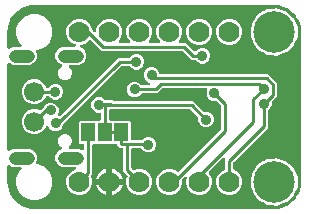
<source format=gbr>
G04 EAGLE Gerber RS-274X export*
G75*
%MOMM*%
%FSLAX34Y34*%
%LPD*%
%INBottom Copper*%
%IPPOS*%
%AMOC8*
5,1,8,0,0,1.08239X$1,22.5*%
G01*
%ADD10C,3.516000*%
%ADD11C,1.700000*%
%ADD12C,1.108000*%
%ADD13R,1.168400X1.600200*%
%ADD14C,1.778000*%
%ADD15C,0.906400*%
%ADD16C,0.254000*%

G36*
X228622Y2543D02*
X228622Y2543D01*
X228700Y2545D01*
X232077Y2810D01*
X232145Y2824D01*
X232214Y2829D01*
X232370Y2869D01*
X238794Y4956D01*
X238901Y5006D01*
X239012Y5050D01*
X239063Y5083D01*
X239082Y5091D01*
X239097Y5104D01*
X239148Y5136D01*
X244612Y9107D01*
X244699Y9188D01*
X244746Y9227D01*
X244752Y9231D01*
X244753Y9233D01*
X244791Y9264D01*
X244829Y9310D01*
X244844Y9324D01*
X244855Y9342D01*
X244893Y9388D01*
X246586Y11717D01*
X246599Y11741D01*
X246616Y11761D01*
X246675Y11880D01*
X246739Y11996D01*
X246746Y12022D01*
X246758Y12046D01*
X246785Y12174D01*
X246799Y12185D01*
X246823Y12196D01*
X246925Y12281D01*
X247031Y12361D01*
X247048Y12381D01*
X247068Y12398D01*
X247171Y12522D01*
X248864Y14852D01*
X248921Y14956D01*
X248985Y15056D01*
X249007Y15113D01*
X249017Y15131D01*
X249022Y15151D01*
X249044Y15206D01*
X251131Y21630D01*
X251144Y21698D01*
X251167Y21764D01*
X251190Y21923D01*
X251455Y25300D01*
X251455Y25304D01*
X251456Y25307D01*
X251455Y25326D01*
X251459Y25400D01*
X251459Y152400D01*
X251457Y152422D01*
X251455Y152500D01*
X251190Y155877D01*
X251176Y155945D01*
X251171Y156014D01*
X251131Y156170D01*
X249044Y162594D01*
X248993Y162701D01*
X248950Y162812D01*
X248917Y162863D01*
X248909Y162882D01*
X248896Y162897D01*
X248864Y162948D01*
X247171Y165278D01*
X247153Y165297D01*
X247139Y165320D01*
X247044Y165413D01*
X246953Y165509D01*
X246931Y165524D01*
X246912Y165542D01*
X246798Y165608D01*
X246792Y165624D01*
X246789Y165651D01*
X246740Y165775D01*
X246697Y165900D01*
X246682Y165922D01*
X246672Y165947D01*
X246586Y166083D01*
X244893Y168412D01*
X244812Y168499D01*
X244736Y168591D01*
X244690Y168629D01*
X244676Y168644D01*
X244658Y168655D01*
X244612Y168693D01*
X239148Y172664D01*
X239044Y172721D01*
X238944Y172785D01*
X238887Y172807D01*
X238869Y172817D01*
X238849Y172822D01*
X238794Y172844D01*
X232370Y174931D01*
X232302Y174944D01*
X232236Y174967D01*
X232077Y174990D01*
X228700Y175255D01*
X228678Y175254D01*
X228600Y175259D01*
X25400Y175259D01*
X25378Y175257D01*
X25300Y175255D01*
X21923Y174990D01*
X21855Y174976D01*
X21786Y174971D01*
X21630Y174931D01*
X15206Y172844D01*
X15099Y172794D01*
X14988Y172750D01*
X14937Y172717D01*
X14918Y172709D01*
X14903Y172696D01*
X14852Y172664D01*
X9388Y168693D01*
X9301Y168612D01*
X9209Y168536D01*
X9171Y168490D01*
X9156Y168476D01*
X9145Y168458D01*
X9107Y168412D01*
X5136Y162948D01*
X5079Y162844D01*
X5015Y162744D01*
X4993Y162687D01*
X4983Y162669D01*
X4978Y162649D01*
X4956Y162594D01*
X2869Y156170D01*
X2856Y156102D01*
X2833Y156036D01*
X2810Y155877D01*
X2545Y152500D01*
X2546Y152478D01*
X2541Y152400D01*
X2541Y139384D01*
X2558Y139247D01*
X2571Y139108D01*
X2578Y139089D01*
X2581Y139069D01*
X2632Y138940D01*
X2679Y138809D01*
X2690Y138792D01*
X2698Y138773D01*
X2779Y138661D01*
X2857Y138546D01*
X2873Y138532D01*
X2884Y138516D01*
X2992Y138427D01*
X3096Y138335D01*
X3114Y138326D01*
X3129Y138313D01*
X3255Y138254D01*
X3379Y138191D01*
X3399Y138186D01*
X3417Y138177D01*
X3554Y138151D01*
X3689Y138121D01*
X3710Y138122D01*
X3729Y138118D01*
X3868Y138126D01*
X4007Y138131D01*
X4027Y138136D01*
X4047Y138137D01*
X4179Y138180D01*
X4313Y138219D01*
X4330Y138229D01*
X4349Y138235D01*
X4467Y138310D01*
X4587Y138381D01*
X4608Y138399D01*
X4618Y138406D01*
X4632Y138421D01*
X4708Y138487D01*
X4740Y138520D01*
X7524Y139673D01*
X13509Y139673D01*
X13647Y139690D01*
X13786Y139703D01*
X13805Y139710D01*
X13825Y139713D01*
X13954Y139764D01*
X14085Y139811D01*
X14102Y139822D01*
X14121Y139830D01*
X14233Y139911D01*
X14348Y139989D01*
X14362Y140005D01*
X14378Y140016D01*
X14467Y140124D01*
X14559Y140228D01*
X14568Y140246D01*
X14581Y140261D01*
X14640Y140387D01*
X14703Y140511D01*
X14708Y140531D01*
X14716Y140549D01*
X14742Y140685D01*
X14773Y140821D01*
X14772Y140842D01*
X14776Y140861D01*
X14767Y141000D01*
X14763Y141139D01*
X14758Y141159D01*
X14756Y141179D01*
X14714Y141311D01*
X14675Y141445D01*
X14665Y141462D01*
X14658Y141481D01*
X14584Y141599D01*
X14513Y141719D01*
X14495Y141740D01*
X14488Y141750D01*
X14473Y141764D01*
X14407Y141839D01*
X12480Y143767D01*
X10159Y149368D01*
X10159Y155432D01*
X12480Y161033D01*
X16767Y165320D01*
X22368Y167641D01*
X28432Y167641D01*
X34033Y165320D01*
X38320Y161033D01*
X40641Y155432D01*
X40641Y149368D01*
X38320Y143767D01*
X34033Y139480D01*
X28432Y137159D01*
X28111Y137159D01*
X28061Y137153D01*
X28012Y137155D01*
X27904Y137133D01*
X27795Y137119D01*
X27749Y137101D01*
X27700Y137091D01*
X27601Y137043D01*
X27499Y137002D01*
X27459Y136973D01*
X27414Y136951D01*
X27331Y136880D01*
X27242Y136816D01*
X27210Y136777D01*
X27173Y136745D01*
X27109Y136655D01*
X27039Y136571D01*
X27018Y136526D01*
X26989Y136485D01*
X26950Y136382D01*
X26904Y136283D01*
X26894Y136234D01*
X26877Y136188D01*
X26865Y136078D01*
X26844Y135971D01*
X26847Y135921D01*
X26841Y135872D01*
X26857Y135762D01*
X26864Y135653D01*
X26879Y135606D01*
X26886Y135557D01*
X26938Y135404D01*
X27683Y133606D01*
X27683Y130594D01*
X26530Y127810D01*
X24400Y125680D01*
X21616Y124527D01*
X7524Y124527D01*
X4740Y125680D01*
X4708Y125713D01*
X4598Y125798D01*
X4491Y125887D01*
X4472Y125896D01*
X4456Y125908D01*
X4328Y125963D01*
X4203Y126023D01*
X4183Y126026D01*
X4164Y126034D01*
X4027Y126056D01*
X3890Y126082D01*
X3870Y126081D01*
X3850Y126084D01*
X3712Y126071D01*
X3573Y126063D01*
X3554Y126056D01*
X3534Y126054D01*
X3403Y126007D01*
X3271Y125965D01*
X3253Y125954D01*
X3234Y125947D01*
X3120Y125869D01*
X3002Y125794D01*
X2988Y125780D01*
X2971Y125768D01*
X2879Y125664D01*
X2784Y125563D01*
X2774Y125545D01*
X2761Y125530D01*
X2698Y125406D01*
X2630Y125284D01*
X2625Y125265D01*
X2616Y125247D01*
X2586Y125111D01*
X2551Y124976D01*
X2549Y124948D01*
X2546Y124936D01*
X2547Y124916D01*
X2541Y124816D01*
X2541Y52984D01*
X2558Y52847D01*
X2571Y52708D01*
X2578Y52689D01*
X2581Y52669D01*
X2632Y52540D01*
X2679Y52409D01*
X2690Y52392D01*
X2698Y52373D01*
X2779Y52261D01*
X2857Y52146D01*
X2873Y52132D01*
X2884Y52116D01*
X2992Y52027D01*
X3096Y51935D01*
X3114Y51926D01*
X3129Y51913D01*
X3255Y51854D01*
X3379Y51791D01*
X3399Y51786D01*
X3417Y51777D01*
X3554Y51751D01*
X3689Y51721D01*
X3710Y51722D01*
X3729Y51718D01*
X3868Y51726D01*
X4007Y51731D01*
X4027Y51736D01*
X4047Y51737D01*
X4179Y51780D01*
X4313Y51819D01*
X4330Y51829D01*
X4349Y51835D01*
X4467Y51910D01*
X4587Y51981D01*
X4608Y51999D01*
X4618Y52006D01*
X4632Y52021D01*
X4708Y52087D01*
X4740Y52120D01*
X7524Y53273D01*
X21616Y53273D01*
X24400Y52120D01*
X26530Y49990D01*
X27683Y47206D01*
X27683Y44194D01*
X26938Y42396D01*
X26925Y42348D01*
X26904Y42303D01*
X26883Y42195D01*
X26854Y42089D01*
X26853Y42039D01*
X26844Y41990D01*
X26851Y41881D01*
X26849Y41771D01*
X26861Y41723D01*
X26864Y41673D01*
X26897Y41569D01*
X26923Y41462D01*
X26946Y41418D01*
X26962Y41371D01*
X27020Y41278D01*
X27072Y41181D01*
X27105Y41144D01*
X27132Y41102D01*
X27212Y41027D01*
X27286Y40945D01*
X27327Y40918D01*
X27363Y40884D01*
X27460Y40831D01*
X27551Y40771D01*
X27599Y40754D01*
X27642Y40730D01*
X27748Y40703D01*
X27852Y40667D01*
X27902Y40663D01*
X27950Y40651D01*
X28111Y40641D01*
X28432Y40641D01*
X34033Y38320D01*
X38320Y34033D01*
X40641Y28432D01*
X40641Y22368D01*
X38320Y16767D01*
X34033Y12480D01*
X28432Y10159D01*
X22368Y10159D01*
X16767Y12480D01*
X12480Y16767D01*
X10159Y22368D01*
X10159Y28432D01*
X12480Y34033D01*
X14407Y35961D01*
X14492Y36070D01*
X14581Y36177D01*
X14589Y36196D01*
X14602Y36212D01*
X14657Y36340D01*
X14716Y36465D01*
X14720Y36485D01*
X14728Y36504D01*
X14750Y36642D01*
X14776Y36778D01*
X14775Y36798D01*
X14778Y36818D01*
X14765Y36957D01*
X14756Y37095D01*
X14750Y37114D01*
X14748Y37134D01*
X14701Y37266D01*
X14658Y37397D01*
X14647Y37415D01*
X14641Y37434D01*
X14563Y37549D01*
X14488Y37666D01*
X14473Y37680D01*
X14462Y37697D01*
X14358Y37789D01*
X14257Y37884D01*
X14239Y37894D01*
X14224Y37907D01*
X14099Y37971D01*
X13978Y38038D01*
X13958Y38043D01*
X13940Y38052D01*
X13805Y38082D01*
X13670Y38117D01*
X13642Y38119D01*
X13630Y38122D01*
X13610Y38121D01*
X13509Y38127D01*
X7524Y38127D01*
X4740Y39280D01*
X4708Y39313D01*
X4598Y39398D01*
X4491Y39487D01*
X4472Y39496D01*
X4456Y39508D01*
X4328Y39563D01*
X4203Y39623D01*
X4183Y39626D01*
X4164Y39634D01*
X4027Y39656D01*
X3890Y39682D01*
X3870Y39681D01*
X3850Y39684D01*
X3712Y39671D01*
X3573Y39663D01*
X3554Y39656D01*
X3534Y39654D01*
X3403Y39607D01*
X3271Y39565D01*
X3253Y39554D01*
X3234Y39547D01*
X3120Y39469D01*
X3002Y39394D01*
X2988Y39380D01*
X2971Y39368D01*
X2879Y39264D01*
X2784Y39163D01*
X2774Y39145D01*
X2761Y39130D01*
X2697Y39006D01*
X2630Y38884D01*
X2625Y38865D01*
X2616Y38847D01*
X2586Y38711D01*
X2551Y38576D01*
X2549Y38548D01*
X2546Y38536D01*
X2547Y38516D01*
X2541Y38416D01*
X2541Y25400D01*
X2543Y25378D01*
X2545Y25300D01*
X2810Y21923D01*
X2824Y21855D01*
X2829Y21786D01*
X2869Y21630D01*
X4956Y15206D01*
X5006Y15099D01*
X5050Y14988D01*
X5083Y14937D01*
X5091Y14918D01*
X5104Y14903D01*
X5136Y14852D01*
X9107Y9388D01*
X9127Y9366D01*
X9138Y9348D01*
X9184Y9305D01*
X9188Y9301D01*
X9264Y9209D01*
X9310Y9171D01*
X9324Y9156D01*
X9342Y9145D01*
X9388Y9107D01*
X14852Y5136D01*
X14956Y5079D01*
X15056Y5015D01*
X15113Y4993D01*
X15131Y4983D01*
X15151Y4978D01*
X15206Y4956D01*
X21630Y2869D01*
X21698Y2856D01*
X21764Y2833D01*
X21923Y2810D01*
X25300Y2545D01*
X25322Y2546D01*
X25400Y2541D01*
X228600Y2541D01*
X228622Y2543D01*
G37*
%LPC*%
G36*
X137527Y14477D02*
X137527Y14477D01*
X133513Y16140D01*
X130440Y19213D01*
X128777Y23227D01*
X128777Y27573D01*
X130440Y31587D01*
X133513Y34660D01*
X137527Y36323D01*
X141873Y36323D01*
X145887Y34660D01*
X146096Y34451D01*
X146190Y34378D01*
X146279Y34300D01*
X146315Y34281D01*
X146347Y34256D01*
X146456Y34209D01*
X146562Y34155D01*
X146602Y34146D01*
X146639Y34130D01*
X146756Y34112D01*
X146872Y34085D01*
X146913Y34087D01*
X146953Y34080D01*
X147071Y34091D01*
X147190Y34095D01*
X147229Y34106D01*
X147269Y34110D01*
X147382Y34150D01*
X147496Y34183D01*
X147531Y34204D01*
X147569Y34218D01*
X147667Y34285D01*
X147770Y34345D01*
X147815Y34385D01*
X147832Y34396D01*
X147845Y34412D01*
X147891Y34451D01*
X183016Y69576D01*
X183076Y69655D01*
X183144Y69727D01*
X183173Y69780D01*
X183210Y69828D01*
X183250Y69919D01*
X183298Y70005D01*
X183313Y70064D01*
X183337Y70119D01*
X183352Y70217D01*
X183377Y70313D01*
X183383Y70413D01*
X183387Y70434D01*
X183385Y70446D01*
X183387Y70474D01*
X183387Y89546D01*
X183375Y89644D01*
X183372Y89743D01*
X183355Y89802D01*
X183347Y89862D01*
X183311Y89954D01*
X183283Y90049D01*
X183253Y90101D01*
X183230Y90157D01*
X183172Y90237D01*
X183122Y90323D01*
X183056Y90398D01*
X183044Y90415D01*
X183034Y90423D01*
X183016Y90444D01*
X180066Y93394D01*
X179987Y93454D01*
X179915Y93522D01*
X179862Y93551D01*
X179814Y93588D01*
X179723Y93628D01*
X179637Y93676D01*
X179578Y93691D01*
X179523Y93715D01*
X179425Y93730D01*
X179329Y93755D01*
X179229Y93761D01*
X179208Y93765D01*
X179196Y93763D01*
X179168Y93765D01*
X176494Y93765D01*
X174081Y94765D01*
X172235Y96611D01*
X171235Y99024D01*
X171235Y101636D01*
X171844Y103106D01*
X171857Y103154D01*
X171879Y103199D01*
X171899Y103307D01*
X171928Y103413D01*
X171929Y103463D01*
X171938Y103512D01*
X171932Y103621D01*
X171933Y103731D01*
X171922Y103779D01*
X171919Y103829D01*
X171885Y103933D01*
X171859Y104040D01*
X171836Y104084D01*
X171821Y104131D01*
X171762Y104224D01*
X171710Y104321D01*
X171677Y104358D01*
X171650Y104400D01*
X171570Y104475D01*
X171497Y104557D01*
X171455Y104584D01*
X171419Y104618D01*
X171323Y104671D01*
X171231Y104731D01*
X171184Y104748D01*
X171140Y104772D01*
X171034Y104799D01*
X170930Y104835D01*
X170880Y104839D01*
X170832Y104851D01*
X170672Y104861D01*
X134592Y104861D01*
X134494Y104849D01*
X134395Y104846D01*
X134336Y104829D01*
X134276Y104821D01*
X134184Y104785D01*
X134089Y104757D01*
X134037Y104727D01*
X133981Y104704D01*
X133901Y104646D01*
X133815Y104596D01*
X133740Y104530D01*
X133723Y104518D01*
X133715Y104508D01*
X133694Y104490D01*
X129638Y100433D01*
X116997Y100433D01*
X116899Y100421D01*
X116800Y100418D01*
X116742Y100401D01*
X116681Y100393D01*
X116589Y100357D01*
X116494Y100329D01*
X116442Y100299D01*
X116386Y100276D01*
X116306Y100218D01*
X116220Y100168D01*
X116145Y100102D01*
X116128Y100090D01*
X116121Y100080D01*
X116099Y100062D01*
X114209Y98171D01*
X111796Y97171D01*
X109184Y97171D01*
X106771Y98171D01*
X104925Y100017D01*
X103925Y102430D01*
X103925Y105042D01*
X104925Y107455D01*
X106771Y109301D01*
X109184Y110301D01*
X111796Y110301D01*
X114209Y109301D01*
X116099Y107410D01*
X116178Y107350D01*
X116250Y107282D01*
X116303Y107253D01*
X116351Y107216D01*
X116442Y107176D01*
X116528Y107128D01*
X116587Y107113D01*
X116643Y107089D01*
X116741Y107074D01*
X116836Y107049D01*
X116936Y107043D01*
X116957Y107039D01*
X116969Y107041D01*
X116997Y107039D01*
X122508Y107039D01*
X122577Y107047D01*
X122647Y107046D01*
X122734Y107067D01*
X122823Y107079D01*
X122888Y107104D01*
X122956Y107121D01*
X123036Y107163D01*
X123119Y107196D01*
X123175Y107237D01*
X123237Y107269D01*
X123304Y107330D01*
X123376Y107382D01*
X123421Y107436D01*
X123473Y107483D01*
X123522Y107558D01*
X123579Y107627D01*
X123609Y107691D01*
X123647Y107749D01*
X123677Y107834D01*
X123715Y107915D01*
X123728Y107984D01*
X123751Y108050D01*
X123758Y108139D01*
X123775Y108227D01*
X123770Y108297D01*
X123776Y108367D01*
X123760Y108455D01*
X123755Y108545D01*
X123733Y108611D01*
X123721Y108680D01*
X123684Y108762D01*
X123657Y108847D01*
X123619Y108906D01*
X123591Y108970D01*
X123535Y109040D01*
X123487Y109116D01*
X123436Y109164D01*
X123392Y109218D01*
X123320Y109273D01*
X123255Y109334D01*
X123194Y109368D01*
X123138Y109410D01*
X122994Y109481D01*
X121043Y110289D01*
X119196Y112135D01*
X118197Y114548D01*
X118197Y117160D01*
X119196Y119573D01*
X121043Y121419D01*
X123455Y122419D01*
X126067Y122419D01*
X128480Y121419D01*
X130327Y119573D01*
X131226Y117400D01*
X131241Y117375D01*
X131250Y117347D01*
X131320Y117237D01*
X131384Y117124D01*
X131405Y117103D01*
X131420Y117078D01*
X131515Y116989D01*
X131605Y116896D01*
X131630Y116880D01*
X131652Y116860D01*
X131766Y116797D01*
X131876Y116729D01*
X131905Y116721D01*
X131930Y116706D01*
X132056Y116674D01*
X132180Y116636D01*
X132210Y116634D01*
X132238Y116627D01*
X132399Y116617D01*
X223334Y116617D01*
X230847Y109104D01*
X230847Y97906D01*
X226646Y93706D01*
X226586Y93627D01*
X226518Y93555D01*
X226489Y93502D01*
X226452Y93454D01*
X226412Y93363D01*
X226364Y93277D01*
X226349Y93218D01*
X226325Y93163D01*
X226310Y93065D01*
X226285Y92969D01*
X226279Y92869D01*
X226275Y92848D01*
X226277Y92836D01*
X226275Y92808D01*
X226275Y90134D01*
X225275Y87721D01*
X223384Y85831D01*
X223324Y85752D01*
X223256Y85680D01*
X223227Y85627D01*
X223190Y85579D01*
X223150Y85488D01*
X223102Y85402D01*
X223087Y85343D01*
X223063Y85287D01*
X223048Y85189D01*
X223023Y85094D01*
X223017Y84994D01*
X223013Y84973D01*
X223015Y84961D01*
X223013Y84933D01*
X223013Y71022D01*
X194174Y42184D01*
X194114Y42105D01*
X194046Y42033D01*
X194017Y41980D01*
X193980Y41932D01*
X193940Y41841D01*
X193892Y41755D01*
X193877Y41696D01*
X193853Y41641D01*
X193838Y41543D01*
X193813Y41447D01*
X193807Y41347D01*
X193803Y41326D01*
X193805Y41314D01*
X193803Y41286D01*
X193803Y36703D01*
X193806Y36674D01*
X193804Y36644D01*
X193826Y36516D01*
X193843Y36387D01*
X193853Y36360D01*
X193858Y36331D01*
X193912Y36212D01*
X193960Y36092D01*
X193977Y36068D01*
X193989Y36041D01*
X194070Y35939D01*
X194146Y35834D01*
X194169Y35815D01*
X194188Y35792D01*
X194291Y35714D01*
X194391Y35631D01*
X194418Y35619D01*
X194442Y35601D01*
X194586Y35530D01*
X196687Y34660D01*
X199760Y31587D01*
X201423Y27573D01*
X201423Y23227D01*
X199760Y19213D01*
X196687Y16140D01*
X192673Y14477D01*
X188327Y14477D01*
X184313Y16140D01*
X181240Y19213D01*
X179577Y23227D01*
X179577Y27573D01*
X181240Y31587D01*
X184313Y34660D01*
X186414Y35530D01*
X186439Y35545D01*
X186467Y35554D01*
X186577Y35623D01*
X186690Y35688D01*
X186711Y35708D01*
X186736Y35724D01*
X186825Y35819D01*
X186918Y35909D01*
X186934Y35934D01*
X186954Y35956D01*
X187017Y36069D01*
X187085Y36180D01*
X187093Y36208D01*
X187108Y36234D01*
X187140Y36360D01*
X187178Y36484D01*
X187180Y36513D01*
X187187Y36542D01*
X187197Y36703D01*
X187197Y44842D01*
X187180Y44980D01*
X187167Y45119D01*
X187160Y45138D01*
X187157Y45158D01*
X187106Y45287D01*
X187059Y45418D01*
X187048Y45435D01*
X187040Y45453D01*
X186959Y45566D01*
X186881Y45681D01*
X186865Y45694D01*
X186854Y45711D01*
X186746Y45800D01*
X186642Y45892D01*
X186624Y45901D01*
X186609Y45914D01*
X186483Y45973D01*
X186359Y46036D01*
X186339Y46041D01*
X186321Y46049D01*
X186185Y46075D01*
X186049Y46106D01*
X186028Y46105D01*
X186009Y46109D01*
X185870Y46100D01*
X185731Y46096D01*
X185711Y46090D01*
X185691Y46089D01*
X185559Y46046D01*
X185425Y46008D01*
X185408Y45997D01*
X185389Y45991D01*
X185271Y45917D01*
X185151Y45846D01*
X185130Y45828D01*
X185120Y45821D01*
X185106Y45806D01*
X185031Y45740D01*
X173516Y34226D01*
X173443Y34131D01*
X173365Y34042D01*
X173346Y34006D01*
X173321Y33974D01*
X173274Y33865D01*
X173220Y33759D01*
X173211Y33720D01*
X173195Y33683D01*
X173176Y33565D01*
X173150Y33449D01*
X173152Y33408D01*
X173145Y33368D01*
X173156Y33250D01*
X173160Y33131D01*
X173171Y33092D01*
X173175Y33052D01*
X173215Y32940D01*
X173248Y32825D01*
X173269Y32791D01*
X173283Y32753D01*
X173350Y32654D01*
X173410Y32551D01*
X173450Y32506D01*
X173461Y32489D01*
X173477Y32476D01*
X173516Y32431D01*
X174360Y31587D01*
X176023Y27573D01*
X176023Y23227D01*
X174360Y19213D01*
X171287Y16140D01*
X167273Y14477D01*
X162927Y14477D01*
X158913Y16140D01*
X155840Y19213D01*
X154177Y23227D01*
X154177Y27573D01*
X154439Y28205D01*
X154458Y28272D01*
X154485Y28336D01*
X154499Y28425D01*
X154523Y28512D01*
X154524Y28582D01*
X154535Y28651D01*
X154527Y28740D01*
X154528Y28830D01*
X154512Y28898D01*
X154505Y28967D01*
X154475Y29052D01*
X154454Y29139D01*
X154421Y29201D01*
X154398Y29266D01*
X154347Y29341D01*
X154305Y29420D01*
X154258Y29472D01*
X154219Y29530D01*
X154152Y29589D01*
X154091Y29656D01*
X154033Y29694D01*
X153981Y29740D01*
X153901Y29781D01*
X153826Y29830D01*
X153760Y29853D01*
X153698Y29885D01*
X153610Y29904D01*
X153525Y29934D01*
X153455Y29939D01*
X153387Y29954D01*
X153298Y29952D01*
X153208Y29959D01*
X153139Y29947D01*
X153069Y29945D01*
X152983Y29920D01*
X152895Y29904D01*
X152831Y29876D01*
X152764Y29856D01*
X152686Y29811D01*
X152605Y29774D01*
X152550Y29730D01*
X152490Y29695D01*
X152369Y29588D01*
X150994Y28214D01*
X150934Y28135D01*
X150866Y28063D01*
X150837Y28010D01*
X150800Y27962D01*
X150760Y27871D01*
X150712Y27785D01*
X150697Y27726D01*
X150673Y27671D01*
X150658Y27573D01*
X150633Y27477D01*
X150627Y27377D01*
X150623Y27357D01*
X150625Y27344D01*
X150623Y27316D01*
X150623Y23227D01*
X148960Y19213D01*
X145887Y16140D01*
X141873Y14477D01*
X137527Y14477D01*
G37*
%LPD*%
%LPC*%
G36*
X61327Y14477D02*
X61327Y14477D01*
X57313Y16140D01*
X54240Y19213D01*
X52577Y23227D01*
X52577Y27573D01*
X54240Y31587D01*
X57313Y34660D01*
X59789Y35685D01*
X59849Y35720D01*
X59914Y35746D01*
X59987Y35798D01*
X60065Y35843D01*
X60115Y35891D01*
X60172Y35932D01*
X60229Y36002D01*
X60293Y36064D01*
X60330Y36124D01*
X60374Y36177D01*
X60413Y36259D01*
X60460Y36335D01*
X60480Y36402D01*
X60510Y36465D01*
X60527Y36553D01*
X60553Y36639D01*
X60557Y36709D01*
X60570Y36778D01*
X60564Y36867D01*
X60568Y36957D01*
X60554Y37025D01*
X60550Y37095D01*
X60522Y37180D01*
X60504Y37268D01*
X60473Y37331D01*
X60452Y37397D01*
X60404Y37473D01*
X60364Y37554D01*
X60319Y37607D01*
X60282Y37666D01*
X60216Y37728D01*
X60158Y37796D01*
X60101Y37836D01*
X60050Y37884D01*
X59971Y37927D01*
X59898Y37979D01*
X59833Y38004D01*
X59772Y38038D01*
X59685Y38060D01*
X59601Y38092D01*
X59531Y38100D01*
X59464Y38117D01*
X59303Y38127D01*
X49324Y38127D01*
X46540Y39280D01*
X44410Y41410D01*
X43257Y44194D01*
X43257Y47206D01*
X44410Y49990D01*
X46540Y52120D01*
X48070Y52754D01*
X48191Y52822D01*
X48314Y52888D01*
X48329Y52901D01*
X48347Y52911D01*
X48446Y53008D01*
X48549Y53101D01*
X48561Y53118D01*
X48575Y53132D01*
X48648Y53251D01*
X48724Y53367D01*
X48731Y53386D01*
X48741Y53404D01*
X48782Y53536D01*
X48827Y53668D01*
X48829Y53688D01*
X48835Y53707D01*
X48842Y53846D01*
X48853Y53985D01*
X48849Y54005D01*
X48850Y54025D01*
X48822Y54162D01*
X48798Y54298D01*
X48790Y54317D01*
X48786Y54337D01*
X48725Y54462D01*
X48668Y54588D01*
X48655Y54604D01*
X48646Y54622D01*
X48556Y54728D01*
X48469Y54837D01*
X48453Y54849D01*
X48440Y54864D01*
X48326Y54945D01*
X48215Y55028D01*
X48190Y55040D01*
X48180Y55047D01*
X48160Y55055D01*
X48093Y55088D01*
X46461Y56720D01*
X45579Y58848D01*
X45579Y61152D01*
X46461Y63280D01*
X48090Y64909D01*
X50218Y65791D01*
X52522Y65791D01*
X54650Y64909D01*
X56279Y63280D01*
X57161Y61152D01*
X57161Y58848D01*
X56279Y56720D01*
X54999Y55439D01*
X54914Y55330D01*
X54825Y55223D01*
X54816Y55204D01*
X54804Y55188D01*
X54749Y55061D01*
X54689Y54935D01*
X54686Y54915D01*
X54678Y54896D01*
X54656Y54758D01*
X54630Y54622D01*
X54631Y54602D01*
X54628Y54582D01*
X54641Y54443D01*
X54649Y54305D01*
X54656Y54286D01*
X54657Y54266D01*
X54705Y54134D01*
X54747Y54003D01*
X54758Y53985D01*
X54765Y53966D01*
X54843Y53851D01*
X54918Y53734D01*
X54932Y53720D01*
X54944Y53703D01*
X55048Y53611D01*
X55149Y53516D01*
X55167Y53506D01*
X55182Y53493D01*
X55306Y53429D01*
X55428Y53362D01*
X55447Y53357D01*
X55465Y53348D01*
X55601Y53318D01*
X55736Y53283D01*
X55764Y53281D01*
X55776Y53278D01*
X55796Y53279D01*
X55896Y53273D01*
X63416Y53273D01*
X66062Y52177D01*
X66110Y52164D01*
X66155Y52142D01*
X66263Y52122D01*
X66369Y52093D01*
X66419Y52092D01*
X66468Y52083D01*
X66577Y52089D01*
X66687Y52088D01*
X66735Y52099D01*
X66785Y52102D01*
X66889Y52136D01*
X66996Y52162D01*
X67040Y52185D01*
X67087Y52200D01*
X67180Y52259D01*
X67277Y52311D01*
X67314Y52344D01*
X67356Y52371D01*
X67431Y52451D01*
X67513Y52524D01*
X67540Y52566D01*
X67574Y52602D01*
X67627Y52698D01*
X67687Y52790D01*
X67704Y52837D01*
X67728Y52881D01*
X67755Y52987D01*
X67791Y53091D01*
X67795Y53141D01*
X67807Y53189D01*
X67817Y53349D01*
X67817Y56007D01*
X67802Y56125D01*
X67795Y56244D01*
X67782Y56282D01*
X67777Y56323D01*
X67734Y56433D01*
X67697Y56546D01*
X67675Y56581D01*
X67660Y56618D01*
X67591Y56714D01*
X67527Y56815D01*
X67497Y56843D01*
X67474Y56876D01*
X67382Y56952D01*
X67295Y57033D01*
X67260Y57053D01*
X67229Y57078D01*
X67121Y57129D01*
X67017Y57187D01*
X66977Y57197D01*
X66941Y57214D01*
X66824Y57236D01*
X66709Y57266D01*
X66649Y57270D01*
X66629Y57274D01*
X66608Y57272D01*
X66548Y57276D01*
X64436Y57276D01*
X63245Y58467D01*
X63245Y76153D01*
X64436Y77344D01*
X80518Y77344D01*
X80636Y77359D01*
X80755Y77366D01*
X80793Y77379D01*
X80834Y77384D01*
X80944Y77427D01*
X81057Y77464D01*
X81092Y77486D01*
X81129Y77501D01*
X81225Y77570D01*
X81326Y77634D01*
X81354Y77664D01*
X81387Y77687D01*
X81463Y77779D01*
X81544Y77866D01*
X81564Y77901D01*
X81589Y77932D01*
X81640Y78040D01*
X81698Y78144D01*
X81708Y78184D01*
X81725Y78220D01*
X81747Y78337D01*
X81777Y78452D01*
X81781Y78512D01*
X81785Y78532D01*
X81783Y78553D01*
X81787Y78613D01*
X81787Y82733D01*
X81772Y82851D01*
X81765Y82970D01*
X81752Y83009D01*
X81747Y83049D01*
X81704Y83159D01*
X81667Y83273D01*
X81645Y83307D01*
X81630Y83344D01*
X81561Y83441D01*
X81497Y83541D01*
X81467Y83569D01*
X81444Y83602D01*
X81352Y83678D01*
X81265Y83759D01*
X81230Y83779D01*
X81199Y83805D01*
X81091Y83855D01*
X80987Y83913D01*
X80947Y83923D01*
X80911Y83940D01*
X80794Y83962D01*
X80679Y83992D01*
X80619Y83996D01*
X80599Y84000D01*
X80578Y83999D01*
X80518Y84002D01*
X78846Y84002D01*
X76433Y85002D01*
X74586Y86849D01*
X73587Y89261D01*
X73587Y91873D01*
X74586Y94286D01*
X76433Y96133D01*
X78846Y97132D01*
X81457Y97132D01*
X83870Y96133D01*
X84888Y95114D01*
X84966Y95054D01*
X85039Y94986D01*
X85092Y94957D01*
X85139Y94920D01*
X85230Y94880D01*
X85317Y94832D01*
X85376Y94817D01*
X85431Y94793D01*
X85529Y94778D01*
X85625Y94753D01*
X85725Y94747D01*
X85745Y94743D01*
X85758Y94745D01*
X85786Y94743D01*
X91538Y94743D01*
X92436Y93844D01*
X92515Y93784D01*
X92587Y93716D01*
X92640Y93687D01*
X92688Y93650D01*
X92779Y93610D01*
X92865Y93562D01*
X92924Y93547D01*
X92979Y93523D01*
X93077Y93508D01*
X93173Y93483D01*
X93273Y93477D01*
X93294Y93473D01*
X93306Y93475D01*
X93334Y93473D01*
X160118Y93473D01*
X168549Y85041D01*
X168628Y84981D01*
X168700Y84913D01*
X168753Y84884D01*
X168801Y84847D01*
X168892Y84807D01*
X168978Y84759D01*
X169037Y84744D01*
X169092Y84720D01*
X169190Y84705D01*
X169286Y84680D01*
X169386Y84674D01*
X169407Y84670D01*
X169419Y84672D01*
X169447Y84670D01*
X172121Y84670D01*
X174534Y83670D01*
X176380Y81824D01*
X177380Y79411D01*
X177380Y76799D01*
X176380Y74386D01*
X174534Y72540D01*
X172121Y71540D01*
X169509Y71540D01*
X167096Y72540D01*
X165250Y74386D01*
X164250Y76799D01*
X164250Y79473D01*
X164238Y79571D01*
X164235Y79670D01*
X164218Y79729D01*
X164210Y79789D01*
X164174Y79881D01*
X164146Y79976D01*
X164116Y80028D01*
X164093Y80084D01*
X164035Y80164D01*
X163985Y80250D01*
X163919Y80325D01*
X163907Y80342D01*
X163897Y80350D01*
X163879Y80371D01*
X157754Y86496D01*
X157675Y86556D01*
X157603Y86624D01*
X157550Y86653D01*
X157502Y86690D01*
X157411Y86730D01*
X157325Y86778D01*
X157266Y86793D01*
X157211Y86817D01*
X157113Y86832D01*
X157017Y86857D01*
X156917Y86863D01*
X156896Y86867D01*
X156884Y86865D01*
X156856Y86867D01*
X89662Y86867D01*
X89544Y86852D01*
X89425Y86845D01*
X89387Y86832D01*
X89346Y86827D01*
X89236Y86784D01*
X89123Y86747D01*
X89088Y86725D01*
X89051Y86710D01*
X88955Y86641D01*
X88854Y86577D01*
X88826Y86547D01*
X88793Y86524D01*
X88717Y86432D01*
X88636Y86345D01*
X88616Y86310D01*
X88591Y86279D01*
X88540Y86171D01*
X88482Y86067D01*
X88472Y86027D01*
X88455Y85991D01*
X88433Y85874D01*
X88403Y85759D01*
X88399Y85699D01*
X88395Y85679D01*
X88397Y85658D01*
X88393Y85598D01*
X88393Y78613D01*
X88408Y78495D01*
X88415Y78376D01*
X88428Y78338D01*
X88433Y78297D01*
X88476Y78187D01*
X88513Y78074D01*
X88535Y78039D01*
X88550Y78002D01*
X88619Y77906D01*
X88683Y77805D01*
X88713Y77777D01*
X88736Y77744D01*
X88828Y77668D01*
X88915Y77587D01*
X88950Y77567D01*
X88981Y77542D01*
X89089Y77491D01*
X89193Y77433D01*
X89233Y77423D01*
X89269Y77406D01*
X89386Y77384D01*
X89501Y77354D01*
X89561Y77350D01*
X89581Y77346D01*
X89602Y77348D01*
X89662Y77344D01*
X105744Y77344D01*
X106935Y76153D01*
X106935Y61722D01*
X106950Y61604D01*
X106957Y61485D01*
X106970Y61447D01*
X106975Y61406D01*
X107018Y61296D01*
X107055Y61183D01*
X107077Y61148D01*
X107092Y61111D01*
X107161Y61015D01*
X107225Y60914D01*
X107255Y60886D01*
X107278Y60853D01*
X107370Y60777D01*
X107457Y60696D01*
X107492Y60676D01*
X107523Y60651D01*
X107631Y60600D01*
X107735Y60542D01*
X107775Y60532D01*
X107811Y60515D01*
X107928Y60493D01*
X108043Y60463D01*
X108103Y60459D01*
X108123Y60455D01*
X108144Y60457D01*
X108204Y60453D01*
X115599Y60453D01*
X115697Y60465D01*
X115796Y60468D01*
X115854Y60485D01*
X115915Y60493D01*
X116007Y60529D01*
X116102Y60557D01*
X116154Y60587D01*
X116210Y60610D01*
X116290Y60668D01*
X116376Y60718D01*
X116451Y60784D01*
X116468Y60796D01*
X116475Y60806D01*
X116497Y60824D01*
X118201Y62529D01*
X120614Y63529D01*
X123226Y63529D01*
X125639Y62529D01*
X127485Y60683D01*
X128485Y58270D01*
X128485Y55658D01*
X127485Y53245D01*
X125639Y51399D01*
X123226Y50399D01*
X120614Y50399D01*
X118201Y51399D01*
X116289Y53311D01*
X116272Y53340D01*
X116252Y53361D01*
X116236Y53386D01*
X116141Y53475D01*
X116051Y53568D01*
X116026Y53584D01*
X116004Y53604D01*
X115891Y53667D01*
X115780Y53735D01*
X115752Y53743D01*
X115726Y53758D01*
X115600Y53790D01*
X115476Y53828D01*
X115447Y53830D01*
X115418Y53837D01*
X115257Y53847D01*
X108712Y53847D01*
X108594Y53832D01*
X108475Y53825D01*
X108437Y53812D01*
X108396Y53807D01*
X108286Y53764D01*
X108173Y53727D01*
X108138Y53705D01*
X108101Y53690D01*
X108005Y53621D01*
X107904Y53557D01*
X107876Y53527D01*
X107843Y53504D01*
X107767Y53412D01*
X107686Y53325D01*
X107666Y53290D01*
X107641Y53259D01*
X107590Y53151D01*
X107532Y53047D01*
X107522Y53007D01*
X107505Y52971D01*
X107483Y52854D01*
X107453Y52739D01*
X107449Y52679D01*
X107445Y52659D01*
X107447Y52638D01*
X107443Y52578D01*
X107443Y37454D01*
X107455Y37356D01*
X107458Y37257D01*
X107475Y37198D01*
X107483Y37138D01*
X107519Y37046D01*
X107547Y36951D01*
X107577Y36899D01*
X107600Y36843D01*
X107658Y36762D01*
X107708Y36677D01*
X107774Y36602D01*
X107786Y36585D01*
X107796Y36577D01*
X107814Y36556D01*
X108643Y35728D01*
X108666Y35710D01*
X108686Y35687D01*
X108792Y35612D01*
X108894Y35533D01*
X108922Y35521D01*
X108946Y35504D01*
X109067Y35458D01*
X109186Y35406D01*
X109215Y35402D01*
X109243Y35391D01*
X109372Y35377D01*
X109500Y35356D01*
X109530Y35359D01*
X109559Y35356D01*
X109688Y35374D01*
X109817Y35386D01*
X109845Y35396D01*
X109874Y35400D01*
X110026Y35452D01*
X112127Y36323D01*
X116473Y36323D01*
X120487Y34660D01*
X123560Y31587D01*
X125223Y27573D01*
X125223Y23227D01*
X123560Y19213D01*
X120487Y16140D01*
X116473Y14477D01*
X112127Y14477D01*
X108113Y16140D01*
X105040Y19213D01*
X103377Y23227D01*
X103377Y27573D01*
X104248Y29674D01*
X104255Y29702D01*
X104269Y29728D01*
X104297Y29855D01*
X104331Y29980D01*
X104332Y30010D01*
X104338Y30039D01*
X104334Y30168D01*
X104337Y30298D01*
X104330Y30327D01*
X104329Y30357D01*
X104293Y30481D01*
X104262Y30608D01*
X104249Y30634D01*
X104240Y30662D01*
X104175Y30774D01*
X104114Y30889D01*
X104094Y30911D01*
X104079Y30936D01*
X103972Y31057D01*
X100837Y34192D01*
X100837Y52578D01*
X100822Y52696D01*
X100815Y52815D01*
X100802Y52853D01*
X100797Y52894D01*
X100754Y53004D01*
X100717Y53117D01*
X100695Y53152D01*
X100680Y53189D01*
X100611Y53285D01*
X100547Y53386D01*
X100517Y53414D01*
X100494Y53447D01*
X100402Y53523D01*
X100315Y53604D01*
X100280Y53624D01*
X100249Y53649D01*
X100141Y53700D01*
X100037Y53758D01*
X99997Y53768D01*
X99961Y53785D01*
X99844Y53807D01*
X99729Y53837D01*
X99669Y53841D01*
X99649Y53845D01*
X99628Y53843D01*
X99568Y53847D01*
X97692Y53847D01*
X95757Y55782D01*
X95757Y56007D01*
X95742Y56125D01*
X95735Y56244D01*
X95722Y56282D01*
X95717Y56323D01*
X95674Y56433D01*
X95637Y56546D01*
X95615Y56581D01*
X95600Y56618D01*
X95531Y56714D01*
X95467Y56815D01*
X95437Y56843D01*
X95414Y56876D01*
X95322Y56952D01*
X95235Y57033D01*
X95200Y57053D01*
X95169Y57078D01*
X95061Y57129D01*
X94957Y57187D01*
X94917Y57197D01*
X94881Y57214D01*
X94764Y57236D01*
X94649Y57266D01*
X94589Y57270D01*
X94569Y57274D01*
X94548Y57272D01*
X94488Y57276D01*
X75692Y57276D01*
X75574Y57261D01*
X75455Y57254D01*
X75417Y57241D01*
X75376Y57236D01*
X75266Y57193D01*
X75153Y57156D01*
X75118Y57134D01*
X75081Y57119D01*
X74985Y57050D01*
X74884Y56986D01*
X74856Y56956D01*
X74823Y56933D01*
X74747Y56841D01*
X74666Y56754D01*
X74646Y56719D01*
X74621Y56688D01*
X74570Y56580D01*
X74512Y56476D01*
X74502Y56436D01*
X74485Y56400D01*
X74463Y56283D01*
X74433Y56168D01*
X74429Y56108D01*
X74425Y56088D01*
X74427Y56067D01*
X74423Y56007D01*
X74423Y31652D01*
X73828Y31057D01*
X73809Y31033D01*
X73787Y31014D01*
X73712Y30908D01*
X73633Y30806D01*
X73621Y30778D01*
X73604Y30754D01*
X73558Y30633D01*
X73506Y30514D01*
X73502Y30485D01*
X73491Y30457D01*
X73477Y30328D01*
X73456Y30200D01*
X73459Y30170D01*
X73456Y30141D01*
X73474Y30012D01*
X73486Y29883D01*
X73496Y29855D01*
X73500Y29826D01*
X73552Y29674D01*
X74423Y27573D01*
X74423Y23227D01*
X72760Y19213D01*
X69687Y16140D01*
X65673Y14477D01*
X61327Y14477D01*
G37*
%LPD*%
%LPC*%
G36*
X50218Y112009D02*
X50218Y112009D01*
X48090Y112891D01*
X46461Y114520D01*
X45579Y116648D01*
X45579Y118952D01*
X46461Y121080D01*
X48097Y122716D01*
X48191Y122770D01*
X48314Y122835D01*
X48329Y122849D01*
X48347Y122859D01*
X48446Y122955D01*
X48549Y123049D01*
X48561Y123066D01*
X48575Y123080D01*
X48648Y123199D01*
X48724Y123315D01*
X48731Y123334D01*
X48741Y123351D01*
X48782Y123484D01*
X48827Y123615D01*
X48829Y123636D01*
X48835Y123655D01*
X48842Y123794D01*
X48853Y123932D01*
X48849Y123952D01*
X48850Y123973D01*
X48822Y124109D01*
X48798Y124246D01*
X48790Y124264D01*
X48786Y124284D01*
X48725Y124409D01*
X48668Y124536D01*
X48655Y124552D01*
X48646Y124570D01*
X48556Y124676D01*
X48469Y124784D01*
X48453Y124796D01*
X48440Y124812D01*
X48326Y124892D01*
X48215Y124975D01*
X48190Y124988D01*
X48180Y124995D01*
X48161Y125002D01*
X48070Y125046D01*
X46540Y125680D01*
X44410Y127810D01*
X43257Y130594D01*
X43257Y133606D01*
X44410Y136390D01*
X46540Y138520D01*
X49324Y139673D01*
X59303Y139673D01*
X59372Y139681D01*
X59442Y139680D01*
X59529Y139701D01*
X59619Y139713D01*
X59683Y139738D01*
X59751Y139755D01*
X59831Y139797D01*
X59914Y139830D01*
X59971Y139871D01*
X60032Y139903D01*
X60099Y139964D01*
X60172Y140016D01*
X60216Y140070D01*
X60268Y140117D01*
X60317Y140192D01*
X60374Y140261D01*
X60404Y140325D01*
X60442Y140383D01*
X60472Y140468D01*
X60510Y140549D01*
X60523Y140618D01*
X60546Y140684D01*
X60553Y140773D01*
X60570Y140861D01*
X60565Y140931D01*
X60571Y141001D01*
X60555Y141089D01*
X60550Y141179D01*
X60528Y141245D01*
X60516Y141314D01*
X60480Y141396D01*
X60452Y141481D01*
X60415Y141540D01*
X60386Y141604D01*
X60330Y141674D01*
X60282Y141750D01*
X60231Y141798D01*
X60187Y141852D01*
X60116Y141907D01*
X60050Y141968D01*
X59989Y142002D01*
X59933Y142044D01*
X59789Y142115D01*
X57313Y143140D01*
X54240Y146213D01*
X52577Y150227D01*
X52577Y154573D01*
X54240Y158587D01*
X57313Y161660D01*
X61327Y163323D01*
X65673Y163323D01*
X69687Y161660D01*
X72760Y158587D01*
X74423Y154573D01*
X74423Y154294D01*
X74435Y154196D01*
X74438Y154097D01*
X74455Y154038D01*
X74463Y153978D01*
X74499Y153886D01*
X74527Y153791D01*
X74557Y153739D01*
X74580Y153683D01*
X74638Y153603D01*
X74688Y153517D01*
X74754Y153442D01*
X74766Y153425D01*
X74776Y153417D01*
X74794Y153396D01*
X75811Y152380D01*
X75920Y152295D01*
X76027Y152206D01*
X76046Y152198D01*
X76062Y152185D01*
X76190Y152130D01*
X76315Y152071D01*
X76335Y152067D01*
X76354Y152059D01*
X76492Y152037D01*
X76628Y152011D01*
X76648Y152012D01*
X76668Y152009D01*
X76807Y152022D01*
X76945Y152031D01*
X76964Y152037D01*
X76984Y152039D01*
X77116Y152086D01*
X77247Y152129D01*
X77265Y152140D01*
X77284Y152147D01*
X77399Y152225D01*
X77516Y152299D01*
X77530Y152314D01*
X77547Y152325D01*
X77639Y152429D01*
X77734Y152531D01*
X77744Y152548D01*
X77757Y152564D01*
X77821Y152687D01*
X77888Y152809D01*
X77893Y152829D01*
X77902Y152847D01*
X77932Y152983D01*
X77967Y153117D01*
X77969Y153145D01*
X77972Y153157D01*
X77971Y153178D01*
X77977Y153278D01*
X77977Y154573D01*
X79640Y158587D01*
X82713Y161660D01*
X86727Y163323D01*
X91073Y163323D01*
X95087Y161660D01*
X98160Y158587D01*
X99823Y154573D01*
X99823Y150227D01*
X98160Y146213D01*
X97117Y145169D01*
X97032Y145060D01*
X96943Y144953D01*
X96934Y144934D01*
X96922Y144918D01*
X96866Y144791D01*
X96807Y144665D01*
X96803Y144645D01*
X96795Y144626D01*
X96773Y144488D01*
X96747Y144352D01*
X96749Y144332D01*
X96745Y144312D01*
X96758Y144173D01*
X96767Y144035D01*
X96773Y144016D01*
X96775Y143996D01*
X96822Y143864D01*
X96865Y143733D01*
X96876Y143715D01*
X96883Y143696D01*
X96961Y143581D01*
X97035Y143464D01*
X97050Y143450D01*
X97061Y143433D01*
X97165Y143341D01*
X97267Y143246D01*
X97285Y143236D01*
X97300Y143223D01*
X97424Y143160D01*
X97545Y143092D01*
X97565Y143087D01*
X97583Y143078D01*
X97719Y143048D01*
X97853Y143013D01*
X97881Y143011D01*
X97893Y143008D01*
X97914Y143009D01*
X98014Y143003D01*
X105186Y143003D01*
X105324Y143020D01*
X105462Y143033D01*
X105481Y143040D01*
X105502Y143043D01*
X105631Y143094D01*
X105762Y143141D01*
X105778Y143152D01*
X105797Y143160D01*
X105909Y143241D01*
X106025Y143319D01*
X106038Y143335D01*
X106055Y143346D01*
X106143Y143454D01*
X106235Y143558D01*
X106244Y143576D01*
X106257Y143591D01*
X106317Y143717D01*
X106380Y143841D01*
X106384Y143861D01*
X106393Y143879D01*
X106419Y144016D01*
X106449Y144151D01*
X106449Y144172D01*
X106453Y144191D01*
X106444Y144330D01*
X106440Y144469D01*
X106434Y144489D01*
X106433Y144509D01*
X106390Y144641D01*
X106351Y144775D01*
X106341Y144792D01*
X106335Y144811D01*
X106260Y144929D01*
X106190Y145049D01*
X106171Y145070D01*
X106165Y145080D01*
X106150Y145094D01*
X106083Y145169D01*
X105040Y146213D01*
X103377Y150227D01*
X103377Y154573D01*
X105040Y158587D01*
X108113Y161660D01*
X112127Y163323D01*
X116473Y163323D01*
X120487Y161660D01*
X123560Y158587D01*
X125223Y154573D01*
X125223Y150227D01*
X123560Y146213D01*
X122517Y145169D01*
X122432Y145060D01*
X122343Y144953D01*
X122334Y144934D01*
X122322Y144918D01*
X122266Y144791D01*
X122207Y144665D01*
X122203Y144645D01*
X122195Y144626D01*
X122173Y144488D01*
X122147Y144352D01*
X122149Y144332D01*
X122145Y144312D01*
X122158Y144173D01*
X122167Y144035D01*
X122173Y144016D01*
X122175Y143996D01*
X122222Y143864D01*
X122265Y143733D01*
X122276Y143715D01*
X122283Y143696D01*
X122361Y143581D01*
X122435Y143464D01*
X122450Y143450D01*
X122461Y143433D01*
X122565Y143341D01*
X122667Y143246D01*
X122685Y143236D01*
X122700Y143223D01*
X122824Y143160D01*
X122945Y143092D01*
X122965Y143087D01*
X122983Y143078D01*
X123119Y143048D01*
X123253Y143013D01*
X123281Y143011D01*
X123293Y143008D01*
X123314Y143009D01*
X123414Y143003D01*
X130586Y143003D01*
X130724Y143020D01*
X130862Y143033D01*
X130881Y143040D01*
X130902Y143043D01*
X131031Y143094D01*
X131162Y143141D01*
X131178Y143152D01*
X131197Y143160D01*
X131309Y143241D01*
X131425Y143319D01*
X131438Y143335D01*
X131455Y143346D01*
X131543Y143454D01*
X131635Y143558D01*
X131644Y143576D01*
X131657Y143591D01*
X131717Y143717D01*
X131780Y143841D01*
X131784Y143861D01*
X131793Y143879D01*
X131819Y144016D01*
X131849Y144151D01*
X131849Y144172D01*
X131853Y144191D01*
X131844Y144330D01*
X131840Y144469D01*
X131834Y144489D01*
X131833Y144509D01*
X131790Y144641D01*
X131751Y144775D01*
X131741Y144792D01*
X131735Y144811D01*
X131660Y144929D01*
X131590Y145049D01*
X131571Y145070D01*
X131565Y145080D01*
X131550Y145094D01*
X131483Y145169D01*
X130440Y146213D01*
X128777Y150227D01*
X128777Y154573D01*
X130440Y158587D01*
X133513Y161660D01*
X137527Y163323D01*
X141873Y163323D01*
X145887Y161660D01*
X148960Y158587D01*
X150623Y154573D01*
X150623Y150227D01*
X148960Y146213D01*
X147917Y145169D01*
X147832Y145060D01*
X147743Y144953D01*
X147734Y144934D01*
X147722Y144918D01*
X147666Y144791D01*
X147607Y144665D01*
X147603Y144645D01*
X147595Y144626D01*
X147573Y144488D01*
X147547Y144352D01*
X147549Y144332D01*
X147545Y144312D01*
X147558Y144173D01*
X147567Y144035D01*
X147573Y144016D01*
X147575Y143996D01*
X147622Y143864D01*
X147665Y143733D01*
X147676Y143715D01*
X147683Y143696D01*
X147761Y143581D01*
X147835Y143464D01*
X147850Y143450D01*
X147861Y143433D01*
X147965Y143341D01*
X148067Y143246D01*
X148085Y143236D01*
X148100Y143223D01*
X148224Y143160D01*
X148345Y143092D01*
X148365Y143087D01*
X148383Y143078D01*
X148519Y143048D01*
X148653Y143013D01*
X148681Y143011D01*
X148693Y143008D01*
X148714Y143009D01*
X148814Y143003D01*
X153768Y143003D01*
X156074Y140696D01*
X160626Y136145D01*
X160718Y136073D01*
X160737Y136055D01*
X160741Y136053D01*
X160809Y135993D01*
X160845Y135975D01*
X160877Y135950D01*
X160987Y135903D01*
X161092Y135848D01*
X161132Y135840D01*
X161169Y135824D01*
X161287Y135805D01*
X161403Y135779D01*
X161443Y135780D01*
X161483Y135774D01*
X161602Y135785D01*
X161721Y135788D01*
X161760Y135800D01*
X161800Y135804D01*
X161912Y135844D01*
X162026Y135877D01*
X162061Y135897D01*
X162099Y135911D01*
X162198Y135978D01*
X162300Y136038D01*
X162345Y136078D01*
X162362Y136090D01*
X162376Y136105D01*
X162421Y136145D01*
X163921Y137645D01*
X166334Y138645D01*
X168946Y138645D01*
X171359Y137645D01*
X173205Y135799D01*
X174205Y133386D01*
X174205Y130774D01*
X173205Y128361D01*
X171359Y126515D01*
X168946Y125515D01*
X166334Y125515D01*
X163921Y126515D01*
X162031Y128406D01*
X161952Y128466D01*
X161880Y128534D01*
X161827Y128563D01*
X161779Y128600D01*
X161688Y128640D01*
X161602Y128688D01*
X161543Y128703D01*
X161487Y128727D01*
X161389Y128742D01*
X161294Y128767D01*
X161194Y128773D01*
X161173Y128777D01*
X161161Y128775D01*
X161133Y128777D01*
X158652Y128777D01*
X151404Y136026D01*
X151325Y136086D01*
X151253Y136154D01*
X151200Y136183D01*
X151152Y136220D01*
X151061Y136260D01*
X150975Y136308D01*
X150916Y136323D01*
X150861Y136347D01*
X150763Y136362D01*
X150667Y136387D01*
X150567Y136393D01*
X150546Y136397D01*
X150534Y136395D01*
X150506Y136397D01*
X82452Y136397D01*
X80146Y138704D01*
X73596Y145254D01*
X73501Y145327D01*
X73412Y145405D01*
X73376Y145424D01*
X73344Y145449D01*
X73235Y145496D01*
X73129Y145550D01*
X73090Y145559D01*
X73053Y145575D01*
X72935Y145594D01*
X72819Y145620D01*
X72778Y145618D01*
X72738Y145625D01*
X72620Y145614D01*
X72501Y145610D01*
X72462Y145599D01*
X72422Y145595D01*
X72310Y145555D01*
X72195Y145522D01*
X72161Y145501D01*
X72123Y145487D01*
X72024Y145420D01*
X71921Y145360D01*
X71876Y145320D01*
X71859Y145309D01*
X71846Y145293D01*
X71801Y145254D01*
X69687Y143140D01*
X65673Y141477D01*
X65441Y141477D01*
X65371Y141469D01*
X65302Y141470D01*
X65214Y141449D01*
X65125Y141437D01*
X65060Y141412D01*
X64992Y141395D01*
X64913Y141353D01*
X64829Y141320D01*
X64773Y141279D01*
X64711Y141247D01*
X64645Y141186D01*
X64572Y141134D01*
X64528Y141080D01*
X64476Y141033D01*
X64427Y140958D01*
X64369Y140889D01*
X64340Y140825D01*
X64301Y140767D01*
X64272Y140682D01*
X64234Y140601D01*
X64221Y140532D01*
X64198Y140466D01*
X64191Y140377D01*
X64174Y140289D01*
X64178Y140219D01*
X64173Y140149D01*
X64188Y140061D01*
X64194Y139971D01*
X64215Y139905D01*
X64227Y139836D01*
X64264Y139754D01*
X64292Y139669D01*
X64329Y139610D01*
X64358Y139546D01*
X64414Y139476D01*
X64462Y139400D01*
X64513Y139352D01*
X64556Y139298D01*
X64628Y139243D01*
X64694Y139182D01*
X64755Y139148D01*
X64810Y139106D01*
X64955Y139035D01*
X66200Y138520D01*
X68330Y136390D01*
X69483Y133606D01*
X69483Y130594D01*
X68330Y127810D01*
X66200Y125680D01*
X63416Y124527D01*
X55896Y124527D01*
X55758Y124510D01*
X55620Y124497D01*
X55601Y124490D01*
X55581Y124487D01*
X55452Y124436D01*
X55321Y124389D01*
X55304Y124378D01*
X55285Y124370D01*
X55173Y124289D01*
X55058Y124211D01*
X55044Y124195D01*
X55028Y124184D01*
X54939Y124076D01*
X54847Y123972D01*
X54838Y123954D01*
X54825Y123939D01*
X54766Y123813D01*
X54702Y123689D01*
X54698Y123669D01*
X54689Y123651D01*
X54663Y123514D01*
X54633Y123379D01*
X54633Y123358D01*
X54630Y123339D01*
X54638Y123200D01*
X54642Y123061D01*
X54648Y123041D01*
X54649Y123021D01*
X54692Y122889D01*
X54731Y122755D01*
X54741Y122738D01*
X54747Y122719D01*
X54822Y122601D01*
X54892Y122481D01*
X54911Y122460D01*
X54918Y122450D01*
X54933Y122436D01*
X54999Y122361D01*
X56279Y121080D01*
X57161Y118952D01*
X57161Y116648D01*
X56279Y114520D01*
X54650Y112891D01*
X52522Y112009D01*
X50218Y112009D01*
G37*
%LPD*%
%LPC*%
G36*
X23305Y65667D02*
X23305Y65667D01*
X19434Y67271D01*
X16471Y70234D01*
X14867Y74105D01*
X14867Y78295D01*
X16471Y82166D01*
X19434Y85129D01*
X23305Y86733D01*
X27495Y86733D01*
X29375Y85954D01*
X29404Y85946D01*
X29430Y85933D01*
X29557Y85904D01*
X29682Y85870D01*
X29711Y85870D01*
X29740Y85863D01*
X29870Y85867D01*
X30000Y85865D01*
X30029Y85872D01*
X30058Y85873D01*
X30183Y85909D01*
X30309Y85939D01*
X30335Y85953D01*
X30364Y85961D01*
X30475Y86027D01*
X30590Y86088D01*
X30612Y86108D01*
X30638Y86123D01*
X30758Y86229D01*
X31552Y87022D01*
X33294Y88765D01*
X33300Y88773D01*
X33307Y88778D01*
X33397Y88897D01*
X33489Y89016D01*
X33493Y89025D01*
X33499Y89032D01*
X33570Y89177D01*
X33805Y89745D01*
X35651Y91591D01*
X38064Y92591D01*
X40676Y92591D01*
X43089Y91591D01*
X44935Y89745D01*
X45935Y87332D01*
X45935Y84720D01*
X45102Y82709D01*
X45070Y82595D01*
X45032Y82482D01*
X45029Y82442D01*
X45018Y82403D01*
X45016Y82284D01*
X45007Y82165D01*
X45014Y82125D01*
X45013Y82085D01*
X45041Y81969D01*
X45061Y81852D01*
X45078Y81815D01*
X45087Y81775D01*
X45143Y81670D01*
X45192Y81562D01*
X45217Y81530D01*
X45236Y81494D01*
X45316Y81406D01*
X45390Y81313D01*
X45423Y81289D01*
X45450Y81259D01*
X45549Y81194D01*
X45644Y81122D01*
X45698Y81096D01*
X45715Y81084D01*
X45735Y81078D01*
X45789Y81051D01*
X45982Y80971D01*
X46011Y80963D01*
X46037Y80950D01*
X46164Y80921D01*
X46289Y80887D01*
X46318Y80887D01*
X46347Y80880D01*
X46477Y80884D01*
X46607Y80882D01*
X46636Y80889D01*
X46665Y80890D01*
X46790Y80926D01*
X46916Y80956D01*
X46942Y80970D01*
X46971Y80978D01*
X47083Y81044D01*
X47197Y81105D01*
X47219Y81125D01*
X47245Y81140D01*
X47365Y81246D01*
X96422Y130303D01*
X105253Y130303D01*
X105351Y130315D01*
X105450Y130318D01*
X105508Y130335D01*
X105569Y130343D01*
X105661Y130379D01*
X105756Y130407D01*
X105808Y130437D01*
X105864Y130460D01*
X105944Y130518D01*
X106030Y130568D01*
X106105Y130634D01*
X106122Y130646D01*
X106129Y130656D01*
X106151Y130674D01*
X108041Y132565D01*
X110454Y133565D01*
X113066Y133565D01*
X115479Y132565D01*
X117325Y130719D01*
X118325Y128306D01*
X118325Y125694D01*
X117325Y123281D01*
X115479Y121435D01*
X113066Y120435D01*
X110454Y120435D01*
X108041Y121435D01*
X106151Y123326D01*
X106072Y123386D01*
X106000Y123454D01*
X105947Y123483D01*
X105899Y123520D01*
X105808Y123560D01*
X105722Y123608D01*
X105663Y123623D01*
X105607Y123647D01*
X105509Y123662D01*
X105414Y123687D01*
X105314Y123693D01*
X105293Y123697D01*
X105281Y123695D01*
X105253Y123697D01*
X99684Y123697D01*
X99586Y123685D01*
X99487Y123682D01*
X99428Y123665D01*
X99368Y123657D01*
X99276Y123621D01*
X99181Y123593D01*
X99129Y123563D01*
X99073Y123540D01*
X98993Y123482D01*
X98907Y123432D01*
X98832Y123366D01*
X98815Y123354D01*
X98807Y123344D01*
X98786Y123326D01*
X50349Y74888D01*
X50288Y74809D01*
X50220Y74737D01*
X50191Y74684D01*
X50154Y74636D01*
X50114Y74546D01*
X50066Y74459D01*
X50051Y74400D01*
X50027Y74345D01*
X50012Y74247D01*
X49987Y74151D01*
X49981Y74051D01*
X49977Y74031D01*
X49979Y74018D01*
X49977Y73990D01*
X49977Y73624D01*
X48977Y71211D01*
X47131Y69365D01*
X44718Y68365D01*
X42106Y68365D01*
X39693Y69365D01*
X37847Y71211D01*
X37463Y72138D01*
X37394Y72258D01*
X37329Y72381D01*
X37316Y72396D01*
X37306Y72414D01*
X37209Y72514D01*
X37115Y72617D01*
X37098Y72628D01*
X37084Y72642D01*
X36966Y72715D01*
X36850Y72791D01*
X36830Y72798D01*
X36813Y72809D01*
X36680Y72849D01*
X36549Y72895D01*
X36529Y72896D01*
X36509Y72902D01*
X36370Y72909D01*
X36232Y72920D01*
X36212Y72916D01*
X36192Y72917D01*
X36055Y72889D01*
X35918Y72865D01*
X35900Y72857D01*
X35880Y72853D01*
X35755Y72792D01*
X35628Y72735D01*
X35613Y72722D01*
X35594Y72713D01*
X35489Y72623D01*
X35380Y72536D01*
X35368Y72520D01*
X35352Y72507D01*
X35273Y72394D01*
X35189Y72282D01*
X35176Y72257D01*
X35169Y72247D01*
X35162Y72228D01*
X35118Y72138D01*
X34329Y70234D01*
X31366Y67271D01*
X27495Y65667D01*
X23305Y65667D01*
G37*
%LPD*%
%LPC*%
G36*
X226876Y132780D02*
X226876Y132780D01*
X226858Y132780D01*
X226743Y132787D01*
X224699Y132787D01*
X224151Y133014D01*
X224052Y133041D01*
X223957Y133077D01*
X223865Y133092D01*
X223844Y133098D01*
X223831Y133098D01*
X223798Y133104D01*
X222379Y133253D01*
X219415Y134964D01*
X219413Y134965D01*
X219410Y134967D01*
X219266Y135038D01*
X217490Y135773D01*
X216893Y136370D01*
X216826Y136422D01*
X216765Y136483D01*
X216651Y136558D01*
X216642Y136565D01*
X216638Y136567D01*
X216631Y136572D01*
X215129Y137439D01*
X213339Y139903D01*
X213326Y139917D01*
X213316Y139933D01*
X213209Y140054D01*
X211973Y141290D01*
X211557Y142296D01*
X211522Y142356D01*
X211497Y142420D01*
X211411Y142556D01*
X210208Y144211D01*
X209647Y146849D01*
X209636Y146883D01*
X209631Y146919D01*
X209579Y147071D01*
X208987Y148499D01*
X208987Y149822D01*
X208981Y149874D01*
X208983Y149926D01*
X208960Y150086D01*
X208468Y152400D01*
X208960Y154714D01*
X208964Y154767D01*
X208977Y154817D01*
X208987Y154978D01*
X208987Y156301D01*
X209579Y157729D01*
X209588Y157763D01*
X209604Y157795D01*
X209647Y157951D01*
X210208Y160589D01*
X211411Y162244D01*
X211444Y162305D01*
X211486Y162360D01*
X211557Y162504D01*
X211973Y163510D01*
X213209Y164746D01*
X213221Y164761D01*
X213236Y164773D01*
X213339Y164897D01*
X215129Y167361D01*
X216631Y168228D01*
X216699Y168280D01*
X216773Y168324D01*
X216875Y168414D01*
X216884Y168421D01*
X216887Y168424D01*
X216893Y168430D01*
X217490Y169027D01*
X219266Y169762D01*
X219268Y169764D01*
X219271Y169764D01*
X219415Y169836D01*
X222379Y171547D01*
X223798Y171696D01*
X223898Y171720D01*
X223999Y171734D01*
X224087Y171764D01*
X224108Y171769D01*
X224120Y171775D01*
X224151Y171786D01*
X224699Y172013D01*
X226743Y172013D01*
X226760Y172015D01*
X226876Y172020D01*
X230704Y172422D01*
X231773Y172075D01*
X231890Y172053D01*
X232005Y172023D01*
X232065Y172019D01*
X232085Y172015D01*
X232106Y172017D01*
X232165Y172013D01*
X232501Y172013D01*
X234409Y171222D01*
X234430Y171217D01*
X234503Y171188D01*
X238666Y169835D01*
X239278Y169285D01*
X239389Y169207D01*
X239497Y169126D01*
X239527Y169111D01*
X239539Y169103D01*
X239559Y169096D01*
X239641Y169055D01*
X239710Y169027D01*
X241005Y167732D01*
X241019Y167721D01*
X241053Y167686D01*
X244710Y164393D01*
X244732Y164378D01*
X244750Y164359D01*
X244862Y164288D01*
X244910Y164254D01*
X244914Y164217D01*
X244924Y164192D01*
X244929Y164166D01*
X244985Y164015D01*
X245100Y163756D01*
X245179Y163626D01*
X245450Y162971D01*
X245455Y162962D01*
X245463Y162941D01*
X248292Y156586D01*
X248292Y148214D01*
X245463Y141859D01*
X245460Y141849D01*
X245450Y141829D01*
X245194Y141211D01*
X245175Y141187D01*
X245170Y141179D01*
X245168Y141175D01*
X245163Y141164D01*
X245100Y141044D01*
X244887Y140566D01*
X241053Y137114D01*
X241041Y137100D01*
X241005Y137068D01*
X239710Y135773D01*
X239641Y135745D01*
X239524Y135678D01*
X239404Y135615D01*
X239377Y135594D01*
X239365Y135587D01*
X239350Y135572D01*
X239278Y135515D01*
X238666Y134965D01*
X234502Y133612D01*
X234483Y133603D01*
X234409Y133577D01*
X232501Y132787D01*
X232165Y132787D01*
X232047Y132772D01*
X231929Y132765D01*
X231870Y132750D01*
X231850Y132747D01*
X231831Y132740D01*
X231773Y132725D01*
X230704Y132378D01*
X226876Y132780D01*
G37*
%LPD*%
%LPC*%
G36*
X226876Y5780D02*
X226876Y5780D01*
X226858Y5780D01*
X226743Y5787D01*
X224699Y5787D01*
X224151Y6014D01*
X224052Y6041D01*
X223957Y6077D01*
X223865Y6092D01*
X223844Y6098D01*
X223831Y6098D01*
X223798Y6104D01*
X222379Y6253D01*
X219415Y7964D01*
X219413Y7965D01*
X219410Y7967D01*
X219266Y8038D01*
X217490Y8773D01*
X216893Y9370D01*
X216826Y9422D01*
X216765Y9483D01*
X216651Y9558D01*
X216642Y9565D01*
X216638Y9567D01*
X216631Y9572D01*
X215129Y10439D01*
X213339Y12903D01*
X213326Y12917D01*
X213316Y12933D01*
X213209Y13054D01*
X211973Y14290D01*
X211557Y15296D01*
X211522Y15356D01*
X211497Y15420D01*
X211411Y15556D01*
X210208Y17211D01*
X209647Y19849D01*
X209636Y19883D01*
X209631Y19919D01*
X209579Y20071D01*
X208987Y21499D01*
X208987Y22822D01*
X208981Y22874D01*
X208983Y22926D01*
X208960Y23086D01*
X208468Y25400D01*
X208960Y27714D01*
X208964Y27767D01*
X208977Y27817D01*
X208987Y27978D01*
X208987Y29301D01*
X209579Y30729D01*
X209588Y30763D01*
X209604Y30795D01*
X209647Y30951D01*
X210208Y33589D01*
X211411Y35244D01*
X211444Y35305D01*
X211486Y35360D01*
X211557Y35504D01*
X211973Y36510D01*
X213209Y37746D01*
X213221Y37761D01*
X213236Y37773D01*
X213339Y37897D01*
X215129Y40361D01*
X216631Y41228D01*
X216699Y41280D01*
X216773Y41324D01*
X216875Y41414D01*
X216884Y41421D01*
X216887Y41424D01*
X216893Y41430D01*
X217490Y42027D01*
X219266Y42762D01*
X219268Y42764D01*
X219271Y42764D01*
X219415Y42836D01*
X222379Y44547D01*
X223798Y44696D01*
X223898Y44720D01*
X223999Y44734D01*
X224087Y44764D01*
X224108Y44769D01*
X224120Y44775D01*
X224151Y44786D01*
X224699Y45013D01*
X226743Y45013D01*
X226760Y45015D01*
X226876Y45020D01*
X230704Y45422D01*
X231773Y45075D01*
X231890Y45053D01*
X232005Y45023D01*
X232065Y45019D01*
X232085Y45015D01*
X232106Y45017D01*
X232165Y45013D01*
X232501Y45013D01*
X234409Y44222D01*
X234430Y44217D01*
X234503Y44188D01*
X238666Y42835D01*
X239278Y42285D01*
X239389Y42207D01*
X239497Y42126D01*
X239527Y42111D01*
X239539Y42103D01*
X239559Y42096D01*
X239641Y42055D01*
X239710Y42027D01*
X241005Y40732D01*
X241019Y40721D01*
X241053Y40686D01*
X244887Y37234D01*
X245100Y36756D01*
X245179Y36626D01*
X245450Y35971D01*
X245455Y35962D01*
X245463Y35941D01*
X248292Y29586D01*
X248292Y21214D01*
X245463Y14859D01*
X245460Y14849D01*
X245450Y14829D01*
X245194Y14211D01*
X245175Y14187D01*
X245170Y14179D01*
X245168Y14175D01*
X245163Y14164D01*
X245100Y14044D01*
X244985Y13785D01*
X244977Y13759D01*
X244964Y13736D01*
X244931Y13607D01*
X244914Y13552D01*
X244880Y13536D01*
X244860Y13519D01*
X244836Y13507D01*
X244710Y13407D01*
X241053Y10114D01*
X241041Y10100D01*
X241005Y10068D01*
X239710Y8773D01*
X239641Y8745D01*
X239524Y8678D01*
X239404Y8615D01*
X239377Y8594D01*
X239365Y8587D01*
X239350Y8572D01*
X239278Y8515D01*
X238666Y7965D01*
X234502Y6612D01*
X234483Y6603D01*
X234409Y6577D01*
X232501Y5787D01*
X232165Y5787D01*
X232047Y5772D01*
X231929Y5765D01*
X231870Y5750D01*
X231850Y5747D01*
X231831Y5740D01*
X231773Y5725D01*
X230704Y5378D01*
X226876Y5780D01*
G37*
%LPD*%
%LPC*%
G36*
X23305Y91067D02*
X23305Y91067D01*
X19434Y92671D01*
X16471Y95634D01*
X14867Y99505D01*
X14867Y103695D01*
X16471Y107566D01*
X19434Y110529D01*
X23305Y112133D01*
X27495Y112133D01*
X31366Y110529D01*
X34329Y107566D01*
X35108Y105686D01*
X35123Y105661D01*
X35132Y105633D01*
X35201Y105523D01*
X35265Y105410D01*
X35286Y105389D01*
X35302Y105364D01*
X35396Y105275D01*
X35487Y105182D01*
X35512Y105166D01*
X35533Y105146D01*
X35647Y105083D01*
X35758Y105015D01*
X35786Y105007D01*
X35812Y104992D01*
X35938Y104960D01*
X36062Y104922D01*
X36091Y104920D01*
X36120Y104913D01*
X36281Y104903D01*
X36673Y104903D01*
X36771Y104915D01*
X36870Y104918D01*
X36929Y104935D01*
X36989Y104943D01*
X37081Y104979D01*
X37176Y105007D01*
X37228Y105037D01*
X37284Y105060D01*
X37364Y105118D01*
X37450Y105168D01*
X37525Y105234D01*
X37542Y105246D01*
X37549Y105256D01*
X37571Y105274D01*
X39461Y107165D01*
X41874Y108165D01*
X44486Y108165D01*
X46899Y107165D01*
X48745Y105319D01*
X49745Y102906D01*
X49745Y100294D01*
X48745Y97881D01*
X46899Y96035D01*
X44486Y95035D01*
X41874Y95035D01*
X39461Y96035D01*
X37571Y97926D01*
X37492Y97986D01*
X37420Y98054D01*
X37367Y98083D01*
X37319Y98120D01*
X37228Y98160D01*
X37142Y98208D01*
X37083Y98223D01*
X37027Y98247D01*
X36929Y98262D01*
X36834Y98287D01*
X36734Y98293D01*
X36713Y98297D01*
X36701Y98295D01*
X36673Y98297D01*
X36281Y98297D01*
X36251Y98294D01*
X36222Y98296D01*
X36094Y98274D01*
X35965Y98257D01*
X35938Y98247D01*
X35909Y98242D01*
X35790Y98188D01*
X35669Y98140D01*
X35645Y98123D01*
X35619Y98111D01*
X35517Y98030D01*
X35412Y97954D01*
X35393Y97931D01*
X35370Y97912D01*
X35292Y97809D01*
X35209Y97709D01*
X35197Y97682D01*
X35179Y97658D01*
X35108Y97514D01*
X34329Y95634D01*
X31366Y92671D01*
X27495Y91067D01*
X23305Y91067D01*
G37*
%LPD*%
%LPC*%
G36*
X162927Y141477D02*
X162927Y141477D01*
X158913Y143140D01*
X155840Y146213D01*
X154177Y150227D01*
X154177Y154573D01*
X155840Y158587D01*
X158913Y161660D01*
X162927Y163323D01*
X167273Y163323D01*
X171287Y161660D01*
X174360Y158587D01*
X176023Y154573D01*
X176023Y150227D01*
X174360Y146213D01*
X171287Y143140D01*
X167273Y141477D01*
X162927Y141477D01*
G37*
%LPD*%
%LPC*%
G36*
X188327Y141477D02*
X188327Y141477D01*
X184313Y143140D01*
X181240Y146213D01*
X179577Y150227D01*
X179577Y154573D01*
X181240Y158587D01*
X184313Y161660D01*
X188327Y163323D01*
X192673Y163323D01*
X196687Y161660D01*
X199760Y158587D01*
X201423Y154573D01*
X201423Y150227D01*
X199760Y146213D01*
X196687Y143140D01*
X192673Y141477D01*
X188327Y141477D01*
G37*
%LPD*%
%LPC*%
G36*
X91399Y27899D02*
X91399Y27899D01*
X91399Y36577D01*
X91577Y36549D01*
X93288Y35993D01*
X94891Y35177D01*
X96347Y34119D01*
X97619Y32847D01*
X98677Y31391D01*
X99493Y29788D01*
X100049Y28077D01*
X100077Y27899D01*
X91399Y27899D01*
G37*
%LPD*%
%LPC*%
G36*
X77723Y27899D02*
X77723Y27899D01*
X77751Y28077D01*
X78307Y29788D01*
X79123Y31391D01*
X80181Y32847D01*
X81453Y34119D01*
X82909Y35177D01*
X84512Y35993D01*
X86223Y36549D01*
X86401Y36577D01*
X86401Y27899D01*
X77723Y27899D01*
G37*
%LPD*%
%LPC*%
G36*
X91399Y22901D02*
X91399Y22901D01*
X100077Y22901D01*
X100049Y22723D01*
X99493Y21012D01*
X98677Y19409D01*
X97619Y17953D01*
X96347Y16681D01*
X94891Y15623D01*
X93288Y14807D01*
X91577Y14251D01*
X91399Y14223D01*
X91399Y22901D01*
G37*
%LPD*%
%LPC*%
G36*
X86223Y14251D02*
X86223Y14251D01*
X84512Y14807D01*
X82909Y15623D01*
X81453Y16681D01*
X80181Y17953D01*
X79123Y19409D01*
X78307Y21012D01*
X77751Y22723D01*
X77723Y22901D01*
X86401Y22901D01*
X86401Y14223D01*
X86223Y14251D01*
G37*
%LPD*%
D10*
X228600Y25400D03*
X228600Y152400D03*
D11*
X25400Y76200D03*
X25400Y101600D03*
D12*
X20110Y132100D02*
X9030Y132100D01*
X9030Y45700D02*
X20110Y45700D01*
X50830Y45700D02*
X61910Y45700D01*
X61910Y132100D02*
X50830Y132100D01*
D13*
X99060Y67310D03*
X71120Y67310D03*
X85090Y67310D03*
D14*
X63500Y152400D03*
X88900Y152400D03*
X114300Y152400D03*
X139700Y152400D03*
X165100Y152400D03*
X190500Y152400D03*
X63500Y25400D03*
X88900Y25400D03*
X114300Y25400D03*
X139700Y25400D03*
X165100Y25400D03*
X190500Y25400D03*
D15*
X72390Y139700D03*
X35560Y127000D03*
X31750Y57150D03*
D16*
X71120Y67310D02*
X71120Y33020D01*
X63500Y25400D01*
D15*
X39370Y86026D03*
D16*
X35226Y86026D01*
X25400Y76200D01*
D15*
X43180Y101600D03*
D16*
X25400Y101600D01*
X99060Y67310D02*
X99060Y57150D01*
X104140Y57150D02*
X104140Y35560D01*
X114300Y25400D01*
D15*
X121920Y56964D03*
D16*
X121734Y57150D01*
X104140Y57150D01*
X99060Y57150D01*
D15*
X43412Y74930D03*
D16*
X45720Y74930D01*
X97790Y127000D02*
X111760Y127000D01*
D15*
X111760Y127000D03*
D16*
X97790Y127000D02*
X45720Y74930D01*
D15*
X80152Y90567D03*
D16*
X81024Y91440D01*
X158750Y90170D02*
X170815Y78105D01*
X158750Y90170D02*
X90170Y90170D01*
X85090Y90170D01*
D15*
X170815Y78105D03*
D16*
X90170Y91440D02*
X81024Y91440D01*
X85090Y90170D02*
X85090Y67310D01*
X90170Y90170D02*
X90170Y91440D01*
D15*
X219710Y91440D03*
D16*
X219710Y72390D01*
X190500Y43180D01*
X190500Y25400D01*
D15*
X124761Y115854D03*
D16*
X127301Y113314D01*
X221966Y113314D01*
X227544Y107736D02*
X227544Y99274D01*
X219710Y91440D01*
X227544Y107736D02*
X221966Y113314D01*
X165100Y30480D02*
X165100Y25400D01*
D15*
X219710Y104140D03*
D16*
X210820Y95250D01*
X210820Y76200D01*
X165100Y30480D01*
D15*
X110490Y103736D03*
D16*
X128270Y103736D01*
X132698Y108164D01*
X215686Y108164D02*
X219710Y104140D01*
X215686Y108164D02*
X132698Y108164D01*
D15*
X167640Y132080D03*
D16*
X160020Y132080D01*
X83820Y139700D02*
X71120Y152400D01*
X63500Y152400D01*
X152400Y139700D02*
X160020Y132080D01*
X152400Y139700D02*
X83820Y139700D01*
D15*
X177800Y100330D03*
D16*
X186690Y91440D01*
X186690Y68580D01*
X143510Y25400D01*
X139700Y25400D01*
X93980Y67310D02*
X90170Y67310D01*
M02*

</source>
